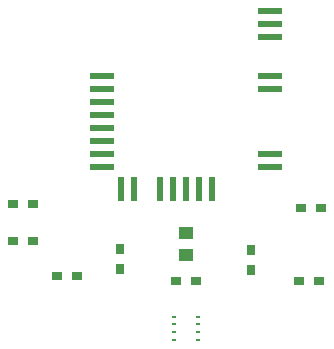
<source format=gbr>
G04 DipTrace 3.2.0.1*
G04 TopPaste.gbr*
%MOIN*%
G04 #@! TF.FileFunction,Paste,Top*
G04 #@! TF.Part,Single*
%ADD35R,0.011811X0.005906*%
%ADD37R,0.082677X0.019685*%
%ADD39R,0.019685X0.082677*%
%ADD41R,0.051181X0.043307*%
%ADD45R,0.031496X0.035433*%
%ADD47R,0.035433X0.031496*%
%FSLAX26Y26*%
G04*
G70*
G90*
G75*
G01*
G04 TopPaste*
%LPD*%
D47*
X-508756Y-266486D3*
X-575685D3*
D45*
X-220472Y-360236D3*
Y-293307D3*
D47*
X-429480Y-384189D3*
X-362551D3*
X32358Y-400140D3*
X-34571D3*
D41*
X-732Y-239613D3*
Y-314416D3*
D47*
X-508370Y-144194D3*
X-575299D3*
X450291Y-157122D3*
X383362D3*
D45*
X215245Y-297623D3*
Y-364552D3*
D47*
X375454Y-399163D3*
X442383D3*
D39*
X43307Y-94488D3*
X0D3*
X86614D3*
D37*
X279528Y-19685D3*
Y23622D3*
Y240157D3*
Y283465D3*
Y413386D3*
Y456693D3*
Y500000D3*
X-279528Y-19685D3*
Y23622D3*
Y66929D3*
Y110236D3*
Y153543D3*
Y196850D3*
Y240157D3*
Y283465D3*
D39*
X-43307Y-94488D3*
X-86614D3*
X-173228D3*
X-216535D3*
D35*
X-40354Y-544673D3*
Y-570264D3*
X40354D3*
Y-544673D3*
X-40354Y-519083D3*
Y-595854D3*
X40354D3*
Y-519083D3*
M02*

</source>
